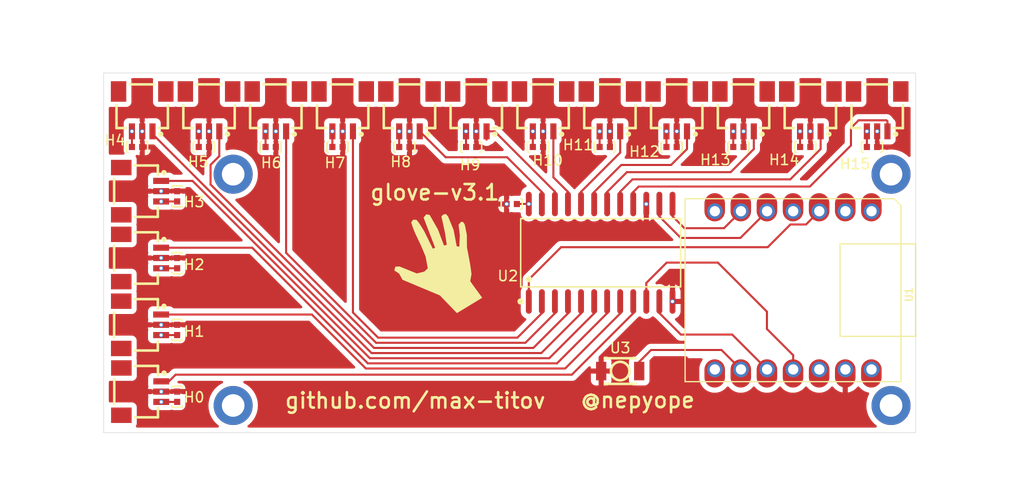
<source format=kicad_pcb>
(kicad_pcb (version 20240108) (generator "pcbnew") (generator_version "8.0")
  (layers (0 "F.Cu" signal) (1 "In1.Cu" power "VCC") (2 "In2.Cu" power "GND") (31 "B.Cu" signal) (34 "B.Paste" user) (35 "F.Paste" user) (36 "B.SilkS" user "B.Silkscreen") (37 "F.SilkS" user "F.Silkscreen") (38 "B.Mask" user) (39 "F.Mask" user) (44 "Edge.Cuts" user))
  (net 0 "")
  (net 1 "/HALL_0")
  (net 2 "GND")
  (net 3 "+3V3")
  (net 10 "/S0")
  (net 11 "/S2")
  (net 12 "/S1")
  (net 13 "/MUX_OUT")
  (net 14 "/S3")
  (net 15 "/HALL_9")
  (net 16 "/HALL_10")
  (net 17 "/HALL_15")
  (net 18 "/HALL_12")
  (net 19 "/HALL_3")
  (net 20 "/HALL_14")
  (net 21 "/HALL_2")
  (net 22 "/HALL_6")
  (net 23 "/HALL_4")
  (net 24 "/HALL_5")
  (net 25 "/HALL_1")
  (net 26 "/HALL_8")
  (net 27 "/HALL_11")
  (net 28 "/HALL_7")
  (net 29 "/HALL_13")
  (net 30 "Net-(U1-PA7_A8_D8_SCK)")
  (footprint "0_easyeda2kicad:C0402" (layer "F.Cu") (at 150.2 31.9 180)
    (property "Reference" "C11" (hide yes))
    (property "Value" "C-0402-0.01uF" (hide yes))
    (pad "1" smd rect (at -0.5 0 180) (size 0.6 0.6) (layers "F.Cu" "F.Paste" "F.Mask") (net 2 "GND"))
    (pad "2" smd rect (at 0.5 0 180) (size 0.6 0.6) (layers "F.Cu" "F.Paste" "F.Mask") (net 3 "+3V3"))
  )
  (footprint "0_easyeda2kicad:C0402" (layer "F.Cu") (at 169.7 31.9 180)
    (property "Reference" "C14" (hide yes))
    (property "Value" "C-0402-0.01uF" (hide yes))
    (pad "1" smd rect (at -0.5 0 180) (size 0.6 0.6) (layers "F.Cu" "F.Paste" "F.Mask") (net 2 "GND"))
    (pad "2" smd rect (at 0.5 0 180) (size 0.6 0.6) (layers "F.Cu" "F.Paste" "F.Mask") (net 3 "+3V3"))
  )
  (footprint "0_easyeda2kicad:C0402" (layer "F.Cu") (at 176.2 31.9 180)
    (property "Reference" "C15" (hide yes))
    (property "Value" "C-0402-0.01uF" (hide yes))
    (pad "1" smd rect (at -0.5 0 180) (size 0.6 0.6) (layers "F.Cu" "F.Paste" "F.Mask") (net 2 "GND"))
    (pad "2" smd rect (at 0.5 0 180) (size 0.6 0.6) (layers "F.Cu" "F.Paste" "F.Mask") (net 3 "+3V3"))
  )
  (footprint "0_easyeda2kicad:CONN-SMD_SM03B-SRSS-TB-LF-SN-P" (layer "F.Cu") (at 163.7 28.44 180)
    (property "Reference" "H13" (at 2.75 -4.71 180) (layer "F.SilkS"))
    (property "Value" "JST-SM03B" (hide yes))
    (pad "1" smd rect (at -1 -1.94 180) (size 0.6 1.55) (layers "F.Cu" "F.Paste" "F.Mask") (net 29 "/HALL_13"))
    (pad "2" smd rect (at 0 -1.94 180) (size 0.6 1.55) (layers "F.Cu" "F.Paste" "F.Mask") (net 2 "GND"))
    (pad "3" smd rect (at 1 -1.94 180) (size 0.6 1.55) (layers "F.Cu" "F.Paste" "F.Mask") (net 3 "+3V3"))
    (pad "4" smd rect (at 2.3 1.94 180) (size 1.5 2) (layers "F.Cu" "F.Paste" "F.Mask"))
    (pad "5" smd rect (at -2.3 1.94 180) (size 1.5 2) (layers "F.Cu" "F.Paste" "F.Mask"))
  )
  (footprint "0_MountingHole:MountingHole_2.2mm_M2_DIN965_Pad" (layer "F.Cu") (at 114.05 34.55)
    (property "Reference" "REF**" (hide yes))
    (property "Value" "MountingHole_2.2mm_M2_DIN965_Pad" (hide yes))
    (pad "1" thru_hole circle (at 0 0) (size 3.8 3.8) (drill 2.2) (layers "*.Cu" "*.Mask"))
  )
  (footprint "0_easyeda2kicad:CONN-SMD_SM03B-SRSS-TB-LF-SN-P" (layer "F.Cu") (at 137.7 28.44 180)
    (property "Reference" "H9" (at 0.6 -5.21 180) (layer "F.SilkS"))
    (property "Value" "JST-SM03B" (hide yes))
    (pad "1" smd rect (at -1 -1.94 180) (size 0.6 1.55) (layers "F.Cu" "F.Paste" "F.Mask") (net 15 "/HALL_9"))
    (pad "2" smd rect (at 0 -1.94 180) (size 0.6 1.55) (layers "F.Cu" "F.Paste" "F.Mask") (net 2 "GND"))
    (pad "3" smd rect (at 1 -1.94 180) (size 0.6 1.55) (layers "F.Cu" "F.Paste" "F.Mask") (net 3 "+3V3"))
    (pad "4" smd rect (at 2.3 1.94 180) (size 1.5 2) (layers "F.Cu" "F.Paste" "F.Mask"))
    (pad "5" smd rect (at -2.3 1.94 180) (size 1.5 2) (layers "F.Cu" "F.Paste" "F.Mask"))
  )
  (footprint "0_easyeda2kicad:CONN-SMD_SM03B-SRSS-TB-LF-SN-P" (layer "F.Cu") (at 170.2 28.44 180)
    (property "Reference" "H14" (at 2.55 -4.71 180) (layer "F.SilkS"))
    (property "Value" "JST-SM03B" (hide yes))
    (pad "1" smd rect (at -1 -1.94 180) (size 0.6 1.55) (layers "F.Cu" "F.Paste" "F.Mask") (net 20 "/HALL_14"))
    (pad "2" smd rect (at 0 -1.94 180) (size 0.6 1.55) (layers "F.Cu" "F.Paste" "F.Mask") (net 2 "GND"))
    (pad "3" smd rect (at 1 -1.94 180) (size 0.6 1.55) (layers "F.Cu" "F.Paste" "F.Mask") (net 3 "+3V3"))
    (pad "4" smd rect (at 2.3 1.94 180) (size 1.5 2) (layers "F.Cu" "F.Paste" "F.Mask"))
    (pad "5" smd rect (at -2.3 1.94 180) (size 1.5 2) (layers "F.Cu" "F.Paste" "F.Mask"))
  )
  (footprint "0_easyeda2kicad:CONN-SMD_SM03B-SRSS-TB-LF-SN-P" (layer "F.Cu") (at 105.1 42.7 -90)
    (property "Reference" "H2" (at 0.65 -5.15 180) (layer "F.SilkS"))
    (property "Value" "JST-SM03B" (hide yes))
    (pad "1" smd rect (at -1 -1.94 270) (size 0.6 1.55) (layers "F.Cu" "F.Paste" "F.Mask") (net 21 "/HALL_2"))
    (pad "2" smd rect (at 0 -1.94 270) (size 0.6 1.55) (layers "F.Cu" "F.Paste" "F.Mask") (net 2 "GND"))
    (pad "3" smd rect (at 1 -1.94 270) (size 0.6 1.55) (layers "F.Cu" "F.Paste" "F.Mask") (net 3 "+3V3"))
    (pad "4" smd rect (at 2.3 1.94 270) (size 1.5 2) (layers "F.Cu" "F.Paste" "F.Mask"))
    (pad "5" smd rect (at -2.3 1.94 270) (size 1.5 2) (layers "F.Cu" "F.Paste" "F.Mask"))
  )
  (footprint "0_easyeda2kicad:C0402" (layer "F.Cu") (at 108.6 36.7 -90)
    (property "Reference" "C3" (hide yes))
    (property "Value" "C-0402-0.01uF" (hide yes))
    (pad "1" smd rect (at -0.5 0 270) (size 0.6 0.6) (layers "F.Cu" "F.Paste" "F.Mask") (net 2 "GND"))
    (pad "2" smd rect (at 0.5 0 270) (size 0.6 0.6) (layers "F.Cu" "F.Paste" "F.Mask") (net 3 "+3V3"))
  )
  (footprint "0_easyeda2kicad:C0402" (layer "F.Cu") (at 111.2 31.9 180)
    (property "Reference" "C5" (hide yes))
    (property "Value" "C-0402-0.01uF" (hide yes))
    (pad "1" smd rect (at -0.5 0 180) (size 0.6 0.6) (layers "F.Cu" "F.Paste" "F.Mask") (net 2 "GND"))
    (pad "2" smd rect (at 0.5 0 180) (size 0.6 0.6) (layers "F.Cu" "F.Paste" "F.Mask") (net 3 "+3V3"))
  )
  (footprint "0_easyeda2kicad:CONN-SMD_SM03B-SRSS-TB-LF-SN-P" (layer "F.Cu") (at 105.1 36.2 -90)
    (property "Reference" "H3" (at 1.05 -5.15 180) (layer "F.SilkS"))
    (property "Value" "JST-SM03B" (hide yes))
    (pad "1" smd rect (at -1 -1.94 270) (size 0.6 1.55) (layers "F.Cu" "F.Paste" "F.Mask") (net 19 "/HALL_3"))
    (pad "2" smd rect (at 0 -1.94 270) (size 0.6 1.55) (layers "F.Cu" "F.Paste" "F.Mask") (net 2 "GND"))
    (pad "3" smd rect (at 1 -1.94 270) (size 0.6 1.55) (layers "F.Cu" "F.Paste" "F.Mask") (net 3 "+3V3"))
    (pad "4" smd rect (at 2.3 1.94 270) (size 1.5 2) (layers "F.Cu" "F.Paste" "F.Mask"))
    (pad "5" smd rect (at -2.3 1.94 270) (size 1.5 2) (layers "F.Cu" "F.Paste" "F.Mask"))
  )
  (footprint "0_easyeda2kicad:C0402" (layer "F.Cu") (at 108.6 56.2 -90)
    (property "Reference" "C0" (hide yes))
    (property "Value" "C-0402-0.01uF" (hide yes))
    (pad "1" smd rect (at -0.5 0 270) (size 0.6 0.6) (layers "F.Cu" "F.Paste" "F.Mask") (net 2 "GND"))
    (pad "2" smd rect (at 0.5 0 270) (size 0.6 0.6) (layers "F.Cu" "F.Paste" "F.Mask") (net 3 "+3V3"))
  )
  (footprint "0_easyeda2kicad:KEY-SMD_L3.0-W2.5-LS4.0_TD-1183SN" (layer "F.Cu") (at 151.7 53.7 180)
    (property "Reference" "U3" (at 0 2.25 180) (layer "F.SilkS"))
    (property "Value" "2.5x3mm-BUTTON" (hide yes))
    (pad "1" smd rect (at -1.85 0 270) (size 1.8 1) (layers "F.Cu" "F.Paste" "F.Mask") (net 30 "Net-(U1-PA7_A8_D8_SCK)"))
    (pad "2" smd rect (at 1.85 0 270) (size 1.8 1) (layers "F.Cu" "F.Paste" "F.Mask") (net 2 "GND"))
  )
  (footprint "0_MountingHole:MountingHole_2.2mm_M2_DIN965_Pad" (layer "F.Cu") (at 178.05 57.05)
    (property "Reference" "REF**" (hide yes))
    (property "Value" "MountingHole_2.2mm_M2_DIN965_Pad" (hide yes))
    (pad "1" thru_hole circle (at 0 0) (size 3.8 3.8) (drill 2.2) (layers "*.Cu" "*.Mask"))
  )
  (footprint "0_easyeda2kicad:C0402" (layer "F.Cu") (at 137.2 31.9 180)
    (property "Reference" "C9" (hide yes))
    (property "Value" "C-0402-0.01uF" (hide yes))
    (pad "1" smd rect (at -0.5 0 180) (size 0.6 0.6) (layers "F.Cu" "F.Paste" "F.Mask") (net 2 "GND"))
    (pad "2" smd rect (at 0.5 0 180) (size 0.6 0.6) (layers "F.Cu" "F.Paste" "F.Mask") (net 3 "+3V3"))
  )
  (footprint "0_easyeda2kicad:C0402" (layer "F.Cu") (at 104.7 31.9 180)
    (property "Reference" "C4" (hide yes))
    (property "Value" "C-0402-0.01uF" (hide yes))
    (pad "1" smd rect (at -0.5 0 180) (size 0.6 0.6) (layers "F.Cu" "F.Paste" "F.Mask") (net 2 "GND"))
    (pad "2" smd rect (at 0.5 0 180) (size 0.6 0.6) (layers "F.Cu" "F.Paste" "F.Mask") (net 3 "+3V3"))
  )
  (footprint "0_easyeda2kicad:CONN-SMD_SM03B-SRSS-TB-LF-SN-P" (layer "F.Cu") (at 144.2 28.44 180)
    (property "Reference" "H10" (at -0.45 -4.76 180) (layer "F.SilkS"))
    (property "Value" "JST-SM03B" (hide yes))
    (pad "1" smd rect (at -1 -1.94 180) (size 0.6 1.55) (layers "F.Cu" "F.Paste" "F.Mask") (net 16 "/HALL_10"))
    (pad "2" smd rect (at 0 -1.94 180) (size 0.6 1.55) (layers "F.Cu" "F.Paste" "F.Mask") (net 2 "GND"))
    (pad "3" smd rect (at 1 -1.94 180) (size 0.6 1.55) (layers "F.Cu" "F.Paste" "F.Mask") (net 3 "+3V3"))
    (pad "4" smd rect (at 2.3 1.94 180) (size 1.5 2) (layers "F.Cu" "F.Paste" "F.Mask"))
    (pad "5" smd rect (at -2.3 1.94 180) (size 1.5 2) (layers "F.Cu" "F.Paste" "F.Mask"))
  )
  (footprint "0_easyeda2kicad:CONN-SMD_SM03B-SRSS-TB-LF-SN-P" (layer "F.Cu") (at 157.2 28.44 180)
    (property "Reference" "H12" (at 3.15 -3.91 180) (layer "F.SilkS"))
    (property "Value" "JST-SM03B" (hide yes))
    (pad "1" smd rect (at -1 -1.94 180) (size 0.6 1.55) (layers "F.Cu" "F.Paste" "F.Mask") (net 18 "/HALL_12"))
    (pad "2" smd rect (at 0 -1.94 180) (size 0.6 1.55) (layers "F.Cu" "F.Paste" "F.Mask") (net 2 "GND"))
    (pad "3" smd rect (at 1 -1.94 180) (size 0.6 1.55) (layers "F.Cu" "F.Paste" "F.Mask") (net 3 "+3V3"))
    (pad "4" smd rect (at 2.3 1.94 180) (size 1.5 2) (layers "F.Cu" "F.Paste" "F.Mask"))
    (pad "5" smd rect (at -2.3 1.94 180) (size 1.5 2) (layers "F.Cu" "F.Paste" "F.Mask"))
  )
  (footprint "0_MountingHole:MountingHole_2.2mm_M2_DIN965_Pad" (layer "F.Cu") (at 114.05 57.05)
    (property "Reference" "REF**" (hide yes))
    (property "Value" "MountingHole_2.2mm_M2_DIN965_Pad" (hide yes))
    (pad "1" thru_hole circle (at 0 0) (size 3.8 3.8) (drill 2.2) (layers "*.Cu" "*.Mask"))
  )
  (footprint "0_easyeda2kicad:C0402" (layer "F.Cu") (at 156.7 31.9 180)
    (property "Reference" "C12" (hide yes))
    (property "Value" "C-0402-0.01uF" (hide yes))
    (pad "1" smd rect (at -0.5 0 180) (size 0.6 0.6) (layers "F.Cu" "F.Paste" "F.Mask") (net 2 "GND"))
    (pad "2" smd rect (at 0.5 0 180) (size 0.6 0.6) (layers "F.Cu" "F.Paste" "F.Mask") (net 3 "+3V3"))
  )
  (footprint "0_easyeda2kicad:CONN-SMD_SM03B-SRSS-TB-LF-SN-P" (layer "F.Cu") (at 105.1 49.2 -90)
    (property "Reference" "H1" (at 0.65 -5.15 180) (layer "F.SilkS"))
    (property "Value" "JST-SM03B" (hide yes))
    (pad "1" smd rect (at -1 -1.94 270) (size 0.6 1.55) (layers "F.Cu" "F.Paste" "F.Mask") (net 25 "/HALL_1"))
    (pad "2" smd rect (at 0 -1.94 270) (size 0.6 1.55) (layers "F.Cu" "F.Paste" "F.Mask") (net 2 "GND"))
    (pad "3" smd rect (at 1 -1.94 270) (size 0.6 1.55) (layers "F.Cu" "F.Paste" "F.Mask") (net 3 "+3V3"))
    (pad "4" smd rect (at 2.3 1.94 270) (size 1.5 2) (layers "F.Cu" "F.Paste" "F.Mask"))
    (pad "5" smd rect (at -2.3 1.94 270) (size 1.5 2) (layers "F.Cu" "F.Paste" "F.Mask"))
  )
  (footprint "0_easyeda2kicad:C0402" (layer "F.Cu") (at 130.7 31.9 180)
    (property "Reference" "C8" (hide yes))
    (property "Value" "C-0402-0.01uF" (hide yes))
    (pad "1" smd rect (at -0.5 0 180) (size 0.6 0.6) (layers "F.Cu" "F.Paste" "F.Mask") (net 2 "GND"))
    (pad "2" smd rect (at 0.5 0 180) (size 0.6 0.6) (layers "F.Cu" "F.Paste" "F.Mask") (net 3 "+3V3"))
  )
  (footprint "0_easyeda2kicad:C0402" (layer "F.Cu") (at 108.6 49.7 -90)
    (property "Reference" "C1" (hide yes))
    (property "Value" "C-0402-0.01uF" (hide yes))
    (pad "1" smd rect (at -0.5 0 270) (size 0.6 0.6) (layers "F.Cu" "F.Paste" "F.Mask") (net 2 "GND"))
    (pad "2" smd rect (at 0.5 0 270) (size 0.6 0.6) (layers "F.Cu" "F.Paste" "F.Mask") (net 3 "+3V3"))
  )
  (footprint "0_xiao_ESP32C3_PCB:MOUDLE14P-SMD-2.54-21X17.8MM" (layer "F.Cu") (at 158.0144 36.9308 -90)
    (property "Reference" "U1" (at 9.3345 -21.7805 -90) (layer "F.SilkS") (effects (font (size 0.7 0.7))))
    (property "Value" "XIAO-ESP32C3")
    (pad "1" smd roundrect (at 0.835 -18.12 270) (size 2.75 2) (layers "F.Cu" "F.Paste" "F.Mask") (roundrect_rratio 0.5))
    (pad "1" thru_hole circle (at 1.2192 -18.1356 270) (size 1.524 1.524) (drill 1) (layers "*.Cu" "*.Mask"))
    (pad "2" smd roundrect (at 0.835 -15.58 270) (size 2.75 2) (layers "F.Cu" "F.Paste" "F.Mask") (roundrect_rratio 0.5))
    (pad "2" thru_hole circle (at 1.2192 -15.5956 270) (size 1.524 1.524) (drill 1) (layers "*.Cu" "*.Mask"))
    (pad "3" smd roundrect (at 0.835 -13.04 270) (size 2.75 2) (layers "F.Cu" "F.Paste" "F.Mask") (roundrect_rratio 0.5) (net 13 "/MUX_OUT"))
    (pad "3" thru_hole circle (at 1.2192 -13.0556 270) (size 1.524 1.524) (drill 1) (layers "*.Cu" "*.Mask") (net 13 "/MUX_OUT"))
    (pad "4" smd roundrect (at 0.835 -10.5 270) (size 2.75 2) (layers "F.Cu" "F.Paste" "F.Mask") (roundrect_rratio 0.5))
    (pad "4" thru_hole circle (at 1.2192 -10.5156 270) (size 1.524 1.524) (drill 1) (layers "*.Cu" "*.Mask"))
    (pad "5" smd roundrect (at 0.835 -7.96 270) (size 2.75 2) (layers "F.Cu" "F.Paste" "F.Mask") (roundrect_rratio 0.5) (net 11 "/S2"))
    (pad "5" thru_hole circle (at 1.2192 -7.9756 270) (size 1.524 1.524) (drill 1) (layers "*.Cu" "*.Mask") (net 11 "/S2"))
    (pad "6" smd roundrect (at 0.835 -5.42 270) (size 2.75 2) (layers "F.Cu" "F.Paste" "F.Mask") (roundrect_rratio 0.5) (net 14 "/S3"))
    (pad "6" thru_hole circle (at 1.2192 -5.4356 270) (size 1.524 1.524) (drill 1) (layers "*.Cu" "*.Mask") (net 14 "/S3"))
    (pad "7" smd roundrect (at 0.835 -2.88 270) (size 2.75 2) (layers "F.Cu" "F.Paste" "F.Mask") (roundrect_rratio 0.5))
    (pad "7" thru_hole circle (at 1.2192 -2.8956 270) (size 1.524 1.524) (drill 1) (layers "*.Cu" "*.Mask"))
    (pad "8" thru_hole circle (at 16.6116 -2.8956 270) (size 1.524 1.524) (drill 1) (layers "*.Cu" "*.Mask"))
    (pad "8" smd roundrect (at 17 -2.88 270) (size 2.75 2) (layers "F.Cu" "F.Paste" "F.Mask") (roundrect_rratio 0.5))
    (pad "9" thru_hole circle (at 16.6116 -5.4356 270) (size 1.524 1.524) (drill 1) (layers "*.Cu" "*.Mask") (net 30 "Net-(U1-PA7_A8_D8_SCK)"))
    (pad "9" smd roundrect (at 17 -5.42 270) (size 2.75 2) (layers "F.Cu" "F.Paste" "F.Mask") (roundrect_rratio 0.5) (net 30 "Net-(U1-PA7_A8_D8_SCK)"))
    (pad "10" thru_hole circle (at 16.6116 -7.9756 270) (size 1.524 1.524) (drill 1) (layers "*.Cu" "*.Mask") (net 12 "/S1"))
    (pad "10" smd roundrect (at 17 -7.96 270) (size 2.75 2) (layers "F.Cu" "F.Paste" "F.Mask") (roundrect_rratio 0.5) (net 12 "/S1"))
    (pad "11" thru_hole circle (at 16.6116 -10.5156 270) (size 1.524 1.524) (drill 1) (layers "*.Cu" "*.Mask") (net 10 "/S0"))
    (pad "11" smd roundrect (at 17 -10.5 270) (size 2.75 2) (layers "F.Cu" "F.Paste" "F.Mask") (roundrect_rratio 0.5) (net 10 "/S0"))
    (pad "12" thru_hole circle (at 16.6116 -13.0556 270) (size 1.524 1.524) (drill 1) (layers "*.Cu" "*.Mask") (net 3 "+3V3"))
    (pad "12" smd roundrect (at 17 -13.04 270) (size 2.75 2) (layers "F.Cu" "F.Paste" "F.Mask") (roundrect_rratio 0.5) (net 3 "+3V3"))
    (pad "13" thru_hole circle (at 16.6116 -15.5956 270) (size 1.524 1.524) (drill 1) (layers "*.Cu" "*.Mask") (net 2 "GND"))
    (pad "13" smd roundrect (at 17 -15.58 270) (size 2.75 2) (layers "F.Cu" "F.Paste" "F.Mask") (roundrect_rratio 0.5) (net 2 "GND"))
    (pad "14" thru_hole circle (at 16.6116 -18.1356 270) (size 1.524 1.524) (drill 1) (layers "*.Cu" "*.Mask"))
    (pad "14" smd roundrect (at 17 -18.12 270) (size 2.75 2) (layers "F.Cu" "F.Paste" "F.Mask") (roundrect_rratio 0.5))
    (zone (net 0) (net_name "") (layer "F.Cu") (connect_pads (clearance 0)) (min_thickness 0.01)
      (keepout (tracks not_allowed) (vias not_allowed) (pads not_allowed) (copperpour not_allowed) (footprints allowed))
      (fill (thermal_gap 0.508) (thermal_bridge_width 0.508))
      (polygon (pts (xy 161.1894 43.2808) (xy 161.1894 48.9958) (xy 158.6494 48.9958) (xy 158.6494 43.2808)))
    )
    (zone (net 0) (net_name "") (layer "F.Cu") (connect_pads (clearance 0)) (min_thickness 0.01)
      (keepout (tracks not_allowed) (vias not_allowed) (pads not_allowed) (copperpour not_allowed) (footprints allowed))
      (fill (thermal_gap 0.508) (thermal_bridge_width 0.508))
      (polygon (pts (xy 169.3174 46.7098) (xy 169.3174 49.7578) (xy 166.2694 49.7578) (xy 166.2694 46.7098)))
    )
    (zone (net 0) (net_name "") (layer "F.Cu") (connect_pads (clearance 0)) (min_thickness 0.01)
      (keepout (tracks not_allowed) (vias not_allowed) (pads not_allowed) (copperpour not_allowed) (footprints allowed))
      (fill (thermal_gap 0.508) (thermal_bridge_width 0.508))
      (polygon (pts (xy 170.7779 39.9153) (xy 170.7779 42.8363) (xy 168.7459 42.8363) (xy 168.7459 39.9153)))
    )
    (zone (net 0) (net_name "") (layer "F.Cu") (connect_pads (clearance 0)) (min_thickness 0.01)
      (keepout (tracks not_allowed) (vias not_allowed) (pads not_allowed) (copperpour not_allowed) (footprints allowed))
      (fill (thermal_gap 0.508) (thermal_bridge_width 0.508))
      (polygon (pts (xy 175.0324 40.6138) (xy 175.0324 42.3918) (xy 172.3654 42.3918) (xy 172.3654 40.6138)))
    )
    (zone (net 0) (net_name "") (layer "F.Cu") (connect_pads (clearance 0)) (min_thickness 0.01)
      (keepout (tracks not_allowed) (vias not_allowed) (pads not_allowed) (copperpour not_allowed) (footprints allowed))
      (fill (thermal_gap 0.508) (thermal_bridge_width 0.508))
      (polygon (pts (xy 175.0324 49.2498) (xy 175.0324 51.0278) (xy 172.3654 51.0278) (xy 172.3654 49.2498)))
    )
    (zone (net 0) (net_name "") (layer "F.Cu") (connect_pads (clearance 0)) (min_thickness 0.01)
      (keepout (tracks not_allowed) (vias not_allowed) (pads not_allowed) (copperpour not_allowed) (footprints allowed))
      (fill (thermal_gap 0.508) (thermal_bridge_width 0.508))
      (polygon (pts (xy 178.3344 43.2808) (xy 178.3344 48.4878) (xy 171.3494 48.4878) (xy 171.3494 43.2808)))
    )
    (zone (net 0) (net_name "") (layer "F.Cu") (connect_pads (clearance 0)) (min_thickness 0.01)
      (keepout (tracks not_allowed) (vias not_allowed) (pads not_allowed) (copperpour not_allowed) (footprints allowed))
      (fill (thermal_gap 0.508) (thermal_bridge_width 0.508))
      (polygon (pts (xy 179.0964 40.6138) (xy 179.0964 42.3918) (xy 176.4294 42.3918) (xy 176.4294 40.6138)))
    )
    (zone (net 0) (net_name "") (layer "F.Cu") (connect_pads (clearance 0)) (min_thickness 0.01)
      (keepout (tracks not_allowed) (vias not_allowed) (pads not_allowed) (copperpour not_allowed) (footprints allowed))
      (fill (thermal_gap 0.508) (thermal_bridge_width 0.508))
      (polygon (pts (xy 179.0964 49.2498) (xy 179.0964 51.0278) (xy 176.4294 51.0278) (xy 176.4294 49.2498)))
    )
  )
  (footprint "0_logos:glove-v1-10mm" (layer "F.Cu") (at 133.615395 43.017741)
    (property "Reference" "G***" (hide yes))
    (property "Value" "LOGO" (hide yes))
  )
  (footprint "0_easyeda2kicad:C0402" (layer "F.Cu") (at 108.6 43.2 -90)
    (property "Reference" "C2" (hide yes))
    (property "Value" "C-0402-0.01uF" (hide yes))
    (pad "1" smd rect (at -0.5 0 270) (size 0.6 0.6) (layers "F.Cu" "F.Paste" "F.Mask") (net 2 "GND"))
    (pad "2" smd rect (at 0.5 0 270) (size 0.6 0.6) (layers "F.Cu" "F.Paste" "F.Mask") (net 3 "+3V3"))
  )
  (footprint "0_easyeda2kicad:C0402" (layer "F.Cu") (at 163.2 31.9 180)
    (property "Reference" "C13" (hide yes))
    (property "Value" "C-0402-0.01uF" (hide yes))
    (pad "1" smd rect (at -0.5 0 180) (size 0.6 0.6) (layers "F.Cu" "F.Paste" "F.Mask") (net 2 "GND"))
    (pad "2" smd rect (at 0.5 0 180) (size 0.6 0.6) (layers "F.Cu" "F.Paste" "F.Mask") (net 3 "+3V3"))
  )
  (footprint "0_easyeda2kicad:C0402" (layer "F.Cu") (at 117.7 31.9 180)
    (property "Reference" "C6" (hide yes))
    (property "Value" "C-0402-0.01uF" (hide yes))
    (pad "1" smd rect (at -0.5 0 180) (size 0.6 0.6) (layers "F.Cu" "F.Paste" "F.Mask") (net 2 "GND"))
    (pad "2" smd rect (at 0.5 0 180) (size 0.6 0.6) (layers "F.Cu" "F.Paste" "F.Mask") (net 3 "+3V3"))
  )
  (footprint "0_easyeda2kicad:CONN-SMD_SM03B-SRSS-TB-LF-SN-P" (layer "F.Cu") (at 150.7 28.44 180)
    (property "Reference" "H11" (at 3.1 -3.26 180) (layer "F.SilkS"))
    (property "Value" "JST-SM03B" (hide yes))
    (pad "1" smd rect (at -1 -1.94 180) (size 0.6 1.55) (layers "F.Cu" "F.Paste" "F.Mask") (net 27 "/HALL_11"))
    (pad "2" smd rect (at 0 -1.94 180) (size 0.6 1.55) (layers "F.Cu" "F.Paste" "F.Mask") (net 2 "GND"))
    (pad "3" smd rect (at 1 -1.94 180) (size 0.6 1.55) (layers "F.Cu" "F.Paste" "F.Mask") (net 3 "+3V3"))
    (pad "4" smd rect (at 2.3 1.94 180) (size 1.5 2) (layers "F.Cu" "F.Paste" "F.Mask"))
    (pad "5" smd rect (at -2.3 1.94 180) (size 1.5 2) (layers "F.Cu" "F.Paste" "F.Mask"))
  )
  (footprint "0_easyeda2kicad:SOIC-24_L15.4-W7.5-P1.27-LS10.3-BL" (layer "F.Cu") (at 149.8 42.19)
    (property "Reference" "U2" (at -9.03 2.26 0) (layer "F.SilkS"))
    (property "Value" "CD74HC4067M96" (hide yes))
    (pad "1" smd oval (at -6.99 4.74) (size 0.57 2.39) (layers "F.Cu" "F.Paste" "F.Mask") (net 13 "/MUX_OUT"))
    (pad "2" smd oval (at -5.72 4.74) (size 0.57 2.39) (layers "F.Cu" "F.Paste" "F.Mask") (net 28 "/HALL_7"))
    (pad "3" smd oval (at -4.45 4.74) (size 0.57 2.39) (layers "F.Cu" "F.Paste" "F.Mask") (net 22 "/HALL_6"))
    (pad "4" smd oval (at -3.18 4.74) (size 0.57 2.39) (layers "F.Cu" "F.Paste" "F.Mask") (net 24 "/HALL_5"))
    (pad "5" smd oval (at -1.91 4.74) (size 0.57 2.39) (layers "F.Cu" "F.Paste" "F.Mask") (net 23 "/HALL_4"))
    (pad "6" smd oval (at -0.63 4.74) (size 0.57 2.39) (layers "F.Cu" "F.Paste" "F.Mask") (net 19 "/HALL_3"))
    (pad "7" smd oval (at 0.63 4.74) (size 0.57 2.39) (layers "F.Cu" "F.Paste" "F.Mask") (net 21 "/HALL_2"))
    (pad "8" smd oval (at 1.9 4.74) (size 0.57 2.39) (layers "F.Cu" "F.Paste" "F.Mask") (net 25 "/HALL_1"))
    (pad "9" smd oval (at 3.17 4.74) (size 0.57 2.39) (layers "F.Cu" "F.Paste" "F.Mask") (net 1 "/HALL_0"))
    (pad "10" smd oval (at 4.44 4.74) (size 0.57 2.39) (layers "F.Cu" "F.Paste" "F.Mask") (net 10 "/S0"))
    (pad "11" smd oval (at 5.71 4.74) (size 0.57 2.39) (layers "F.Cu" "F.Paste" "F.Mask") (net 12 "/S1"))
    (pad "12" smd oval (at 6.99 4.74) (size 0.57 2.39) (layers "F.Cu" "F.Paste" "F.Mask") (net 2 "GND"))
    (pad "13" smd oval (at 6.99 -4.74) (size 0.57 2.39) (layers "F.Cu" "F.Paste" "F.Mask") (net 14 "/S3"))
    (pad "14" smd oval (at 5.71 -4.74) (size 0.57 2.39) (layers "F.Cu" "F.Paste" "F.Mask") (net 11 "/S2"))
    (pad "15" smd oval (at 4.44 -4.74) (size 0.57 2.39) (layers "F.Cu" "F.Paste" "F.Mask") (net 2 "GND"))
    (pad "16" smd oval (at 3.17 -4.74) (size 0.57 2.39) (layers "F.Cu" "F.Paste" "F.Mask") (net 17 "/HALL_15"))
    (pad "17" smd oval (at 1.9 -4.74) (size 0.57 2.39) (layers "F.Cu" "F.Paste" "F.Mask") (net 20 "/HALL_14"))
    (pad "18" smd oval (at 0.63 -4.74) (size 0.57 2.39) (layers "F.Cu" "F.Paste" "F.Mask") (net 29 "/HALL_13"))
    (pad "19" smd oval (at -0.63 -4.74) (size 0.57 2.39) (layers "F.Cu" "F.Paste" "F.Mask") (net 18 "/HALL_12"))
    (pad "20" smd oval (at -1.91 -4.74) (size 0.57 2.39) (layers "F.Cu" "F.Paste" "F.Mask") (net 27 "/HALL_11"))
    (pad "21" smd oval (at -3.18 -4.74) (size 0.57 2.39) (layers "F.Cu" "F.Paste" "F.Mask") (net 16 "/HALL_10"))
    (pad "22" smd oval (at -4.45 -4.74) (size 0.57 2.39) (layers "F.Cu" "F.Paste" "F.Mask") (net 15 "/HALL_9"))
    (pad "23" smd oval (at -5.72 -4.74) (size 0.57 2.39) (layers "F.Cu" "F.Paste" "F.Mask") (net 26 "/HALL_8"))
    (pad "24" smd oval (at -6.99 -4.74) (size 0.57 2.39) (layers "F.Cu" "F.Paste" "F.Mask") (net 3 "+3V3"))
  )
  (footprint "0_easyeda2kicad:CONN-SMD_SM03B-SRSS-TB-LF-SN-P" (layer "F.Cu") (at 118.2 28.44 180)
    (property "Reference" "H6" (at 0.45 -5.01 180) (layer "F.SilkS"))
    (property "Value" "JST-SM03B" (hide yes))
    (pad "1" smd rect (at -1 -1.94 180) (size 0.6 1.55) (layers "F.Cu" "F.Paste" "F.Mask") (net 22 "/HALL_6"))
    (pad "2" smd rect (at 0 -1.94 180) (size 0.6 1.55) (layers "F.Cu" "F.Paste" "F.Mask") (net 2 "GND"))
    (pad "3" smd rect (at 1 -1.94 180) (size 0.6 1.55) (layers "F.Cu" "F.Paste" "F.Mask") (net 3 "+3V3"))
    (pad "4" smd rect (at 2.3 1.94 180) (size 1.5 2) (layers "F.Cu" "F.Paste" "F.Mask"))
    (pad "5" smd rect (at -2.3 1.94 180) (size 1.5 2) (layers "F.Cu" "F.Paste" "F.Mask"))
  )
  (footprint "0_logos:hand-10mm" (layer "F.Cu") (at 133.665395 43.017741)
    (property "Reference" "G***" (hide yes))
    (property "Value" "LOGO" (hide yes))
  )
  (footprint "0_easyeda2kicad:CONN-SMD_SM03B-SRSS-TB-LF-SN-P" (layer "F.Cu") (at 124.7 28.44 180)
    (property "Reference" "H7" (at 0.75 -5.01 180) (layer "F.SilkS"))
    (property "Value" "JST-SM03B" (hide yes))
    (pad "1" smd rect (at -1 -1.94 180) (size 0.6 1.55) (layers "F.Cu" "F.Paste" "F.Mask") (net 28 "/HALL_7"))
    (pad "2" smd rect (at 0 -1.94 180) (size 0.6 1.55) (layers "F.Cu" "F.Paste" "F.Mask") (net 2 "GND"))
    (pad "3" smd rect (at 1 -1.94 180) (size 0.6 1.55) (layers "F.Cu" "F.Paste" "F.Mask") (net 3 "+3V3"))
    (pad "4" smd rect (at 2.3 1.94 180) (size 1.5 2) (layers "F.Cu" "F.Paste" "F.Mask"))
    (pad "5" smd rect (at -2.3 1.94 180) (size 1.5 2) (layers "F.Cu" "F.Paste" "F.Mask"))
  )
  (footprint "0_easyeda2kicad:CONN-SMD_SM03B-SRSS-TB-LF-SN-P" (layer "F.Cu") (at 111.7 28.44 180)
    (property "Reference" "H5" (at 1.05 -4.91 180) (layer "F.SilkS"))
    (property "Value" "JST-SM03B" (hide yes))
    (pad "1" smd rect (at -1 -1.94 180) (size 0.6 1.55) (layers "F.Cu" "F.Paste" "F.Mask") (net 24 "/HALL_5"))
    (pad "2" smd rect (at 0 -1.94 180) (size 0.6 1.55) (layers "F.Cu" "F.Paste" "F.Mask") (net 2 "GND"))
    (pad "3" smd rect (at 1 -1.94 180) (size 0.6 1.55) (layers "F.Cu" "F.Paste" "F.Mask") (net 3 "+3V3"))
    (pad "4" smd rect (at 2.3 1.94 180) (size 1.5 2) (layers "F.Cu" "F.Paste" "F.Mask"))
    (pad "5" smd rect (at -2.3 1.94 180) (size 1.5 2) (layers "F.Cu" "F.Paste" "F.Mask"))
  )
  (footprint "0_easyeda2kicad:CONN-SMD_SM03B-SRSS-TB-LF-SN-P" (layer "F.Cu") (at 105.2 28.44 180)
    (property "Reference" "H4" (at 2.65 -2.81 180) (layer "F.SilkS"))
    (property "Value" "JST-SM03B" (hide yes))
    (pad "1" smd rect (at -1 -1.94 180) (size 0.6 1.55) (layers "F.Cu" "F.Paste" "F.Mask") (net 23 "/HALL_4"))
    (pad "2" smd rect (at 0 -1.94 180) (size 0.6 1.55) (layers "F.Cu" "F.Paste" "F.Mask") (net 2 "GND"))
    (pad "3" smd rect (at 1 -1.94 180) (size 0.6 1.55) (layers "F.Cu" "F.Paste" "F.Mask") (net 3 "+3V3"))
    (pad "4" smd rect (at 2.3 1.94 180) (size 1.5 2) (layers "F.Cu" "F.Paste" "F.Mask"))
    (pad "5" smd rect (at -2.3 1.94 180) (size 1.5 2) (layers "F.Cu" "F.Paste" "F.Mask"))
  )
  (footprint "0_easyeda2kicad:CONN-SMD_SM03B-SRSS-TB-LF-SN-P" (layer "F.Cu") (at 105.1125 55.7 -90)
    (property "Reference" "H0" (at 0.55 -5.1375 180) (layer "F.SilkS"))
    (property "Value" "JST-SM03B" (hide yes))
    (pad "1" smd rect (at -1 -1.94 270) (size 0.6 1.55) (layers "F.Cu" "F.Paste" "F.Mask") (net 1 "/HALL_0"))
    (pad "2" smd rect (at 0 -1.94 270) (size 0.6 1.55) (layers "F.Cu" "F.Paste" "F.Mask") (net 2 "GND"))
    (pad "3" smd rect (at 1 -1.94 270) (size 0.6 1.55) (layers "F.Cu" "F.Paste" "F.Mask") (net 3 "+3V3"))
    (pad "4" smd rect (at 2.3 1.94 270) (size 1.5 2) (layers "F.Cu" "F.Paste" "F.Mask"))
    (pad "5" smd rect (at -2.3 1.94 270) (size 1.5 2) (layers "F.Cu" "F.Paste" "F.Mask"))
  )
  (footprint "0_easyeda2kicad:CONN-SMD_SM03B-SRSS-TB-LF-SN-P" (layer "F.Cu") (at 131.2 28.44 180)
    (property "Reference" "H8" (at 0.85 -4.91 180) (layer "F.SilkS"))
    (property "Value" "JST-SM03B" (hide yes))
    (pad "1" smd rect (at -1 -1.94 180) (size 0.6 1.55) (layers "F.Cu" "F.Paste" "F.Mask") (net 26 "/HALL_8"))
    (pad "2" smd rect (at 0 -1.94 180) (size 0.6 1.55) (layers "F.Cu" "F.Paste" "F.Mask") (net 2 "GND"))
    (pad "3" smd rect (at 1 -1.94 180) (size 0.6 1.55) (layers "F.Cu" "F.Paste" "F.Mask") (net 3 "+3V3"))
    (pad "4" smd rect (at 2.3 1.94 180) (size 1.5 2) (layers "F.Cu" "F.Paste" "F.Mask"))
    (pad "5" smd rect (at -2.3 1.94 180) (size 1.5 2) (layers "F.Cu" "F.Paste" "F.Mask"))
  )
  (footprint "0_easyeda2kicad:C0402" (layer "F.Cu") (at 143.7 31.9 180)
    (property "Reference" "C10" (hide yes))
    (property "Value" "C-0402-0.01uF" (hide yes))
    (pad "1" smd rect (at -0.5 0 180) (size 0.6 0.6) (layers "F.Cu" "F.Paste" "F.Mask") (net 2 "GND"))
    (pad "2" smd rect (at 0.5 0 180) (size 0.6 0.6) (layers "F.Cu" "F.Paste" "F.Mask") (net 3 "+3V3"))
  )
  (footprint "0_easyeda2kicad:CONN-SMD_SM03B-SRSS-TB-LF-SN-P" (layer "F.Cu") (at 176.7 28.44 180)
    (property "Reference" "H15" (at 2.15 -5.11 180) (layer "F.SilkS"))
    (property "Value" "JST-SM03B" (hide yes))
    (pad "1" smd rect (at -1 -1.94 180) (size 0.6 1.55) (layers "F.Cu" "F.Paste" "F.Mask") (net 17 "/HALL_15"))
    (pad "2" smd rect (at 0 -1.94 180) (size 0.6 1.55) (layers "F.Cu" "F.Paste" "F.Mask") (net 2 "GND"))
    (pad "3" smd rect (at 1 -1.94 180) (size 0.6 1.55) (layers "F.Cu" "F.Paste" "F.Mask") (net 3 "+3V3"))
    (pad "4" smd rect (at 2.3 1.94 180) (size 1.5 2) (layers "F.Cu" "F.Paste" "F.Mask"))
    (pad "5" smd rect (at -2.3 1.94 180) (size 1.5 2) (layers "F.Cu" "F.Paste" "F.Mask"))
  )
  (footprint "0_easyeda2kicad:C0402" (layer "F.Cu") (at 141.15 37.45 180)
    (property "Reference" "C16" (hide yes))
    (property "Value" "C-0402-0.1uF-16V" (hide yes))
    (pad "1" smd rect (at -0.5 0 180) (size 0.6 0.6) (layers "F.Cu" "F.Paste" "F.Mask") (net 3 "+3V3"))
    (pad "2" smd rect (at 0.5 0 180) (size 0.6 0.6) (layers "F.Cu" "F.Paste" "F.Mask") (net 2 "GND"))
  )
  (footprint "0_easyeda2kicad:C0402" (layer "F.Cu") (at 124.2 31.9 180)
    (property "Reference" "C7" (hide yes))
    (property "Value" "C-0402-0.01uF" (hide yes))
    (pad "1" smd rect (at -0.5 0 180) (size 0.6 0.6) (layers "F.Cu" "F.Paste" "F.Mask") (net 2 "GND"))
    (pad "2" smd rect (at 0.5 0 180) (size 0.6 0.6) (layers "F.Cu" "F.Paste" "F.Mask") (net 3 "+3V3"))
  )
  (footprint "0_MountingHole:MountingHole_2.2mm_M2_DIN965_Pad" (layer "F.Cu") (at 178.05 34.55)
    (property "Reference" "REF**" (hide yes))
    (property "Value" "MountingHole_2.2mm_M2_DIN965_Pad" (hide yes))
    (pad "1" thru_hole circle (at 0 0) (size 3.8 3.8) (drill 2.2) (layers "*.Cu" "*.Mask"))
  )
  (gr_rect (start 101.45 24.7) (end 180.45 59.7) (stroke (width 0.05)) (fill none) (layer "Edge.Cuts"))
  (gr_text "@nepyope" (at 147.7 57.4 0) (layer "F.SilkS") (effects (font (size 1.5 1.5) (thickness 0.25) (bold yes)) (justify left bottom)))
  (gr_text "github.com/max-titov" (at 118.95 57.45 0) (layer "F.SilkS") (effects (font (size 1.5 1.5) (thickness 0.25) (bold yes)) (justify left bottom)))
  (gr_text "glove-v3.1" (at 127.25 37.2 0) (layer "F.SilkS") (effects (font (size 1.5 1.5) (thickness 0.25) (bold yes)) (justify left bottom)))
  (segment (start 147 54.05) (end 152.97 48.08) (width 0.2) (layer "F.Cu") (net 1))
  (segment (start 108.45 54.05) (end 147 54.05) (width 0.2) (layer "F.Cu") (net 1))
  (segment (start 107.8 54.7) (end 108.45 54.05) (width 0.2) (layer "F.Cu") (net 1))
  (segment (start 152.97 48.08) (end 152.97 46.93) (width 0.2) (layer "F.Cu") (net 1))
  (segment (start 107.0525 54.7) (end 107.8 54.7) (width 0.2) (layer "F.Cu") (net 1))
  (segment (start 107.04 36.2) (end 108.6 36.2) (width 0.2) (layer "F.Cu") (net 2))
  (segment (start 107.04 42.7) (end 108.6 42.7) (width 0.2) (layer "F.Cu") (net 2))
  (segment (start 107.04 49.2) (end 108.6 49.2) (width 0.2) (layer "F.Cu") (net 2))
  (segment (start 131.2 30.38) (end 131.2 31.9) (width 0.2) (layer "F.Cu") (net 2))
  (segment (start 150.7 30.38) (end 150.7 31.9) (width 0.2) (layer "F.Cu") (net 2))
  (segment (start 124.7 30.38) (end 124.7 31.9) (width 0.2) (layer "F.Cu") (net 2))
  (segment (start 144.2 30.38) (end 144.2 31.9) (width 0.2) (layer "F.Cu") (net 2))
  (segment (start 107.0525 55.7) (end 108.6 55.7) (width 0.2) (layer "F.Cu") (net 2))
  (segment (start 170.2 30.38) (end 170.2 31.9) (width 0.2) (layer "F.Cu") (net 2))
  (segment (start 176.7 30.38) (end 176.7 31.9) (width 0.2) (layer "F.Cu") (net 2))
  (segment (start 163.7 30.38) (end 163.7 31.9) (width 0.2) (layer "F.Cu") (net 2))
  (segment (start 157.2 30.38) (end 157.2 31.9) (width 0.2) (layer "F.Cu") (net 2))
  (segment (start 118.2 30.38) (end 118.2 31.9) (width 0.2) (layer "F.Cu") (net 2))
  (segment (start 137.7 30.38) (end 137.7 31.9) (width 0.2) (layer "F.Cu") (net 2))
  (segment (start 105.2 30.38) (end 105.2 31.9) (width 0.2) (layer "F.Cu") (net 2))
  (segment (start 111.7 30.38) (end 111.7 31.9) (width 0.2) (layer "F.Cu") (net 2))
  (via (at 107.04 49.2) (size 0.45) (drill 0.3) (layers "F.Cu" "B.Cu") (net 2))
  (via (at 105.2 30.38) (size 0.45) (drill 0.3) (layers "F.Cu" "B.Cu") (net 2))
  (via (at 170.2 30.38) (size 0.45) (drill 0.3) (layers "F.Cu" "B.Cu") (net 2))
  (via (at 131.2 30.38) (size 0.45) (drill 0.3) (layers "F.Cu" "B.Cu") (net 2))
  (via (at 118.2 30.38) (size 0.45) (drill 0.3) (layers "F.Cu" "B.Cu") (net 2))
  (via (at 107.0525 55.7) (size 0.45) (drill 0.3) (layers "F.Cu" "B.Cu") (net 2))
  (via (at 107.04 36.2) (size 0.45) (drill 0.3) (layers "F.Cu" "B.Cu") (net 2))
  (via (at 157.2 30.38) (size 0.45) (drill 0.3) (layers "F.Cu" "B.Cu") (net 2))
  (via (at 144.2 30.38) (size 0.45) (drill 0.3) (layers "F.Cu" "B.Cu") (net 2))
  (via (at 107.04 42.7) (size 0.45) (drill 0.3) (layers "F.Cu" "B.Cu") (net 2))
  (via (at 176.7 30.38) (size 0.45) (drill 0.3) (layers "F.Cu" "B.Cu") (net 2))
  (via (at 124.7 30.38) (size 0.45) (drill 0.3) (layers "F.Cu" "B.Cu") (net 2))
  (via (at 154.24 37.45) (size 0.45) (drill 0.3) (layers "F.Cu" "B.Cu") (net 2))
  (via (at 150.7 30.38) (size 0.45) (drill 0.3) (layers "F.Cu" "B.Cu") (net 2))
  (via (at 163.7 30.38) (size 0.45) (drill 0.3) (layers "F.Cu" "B.Cu") (net 2))
  (via (at 140.65 37.45) (size 0.45) (drill 0.3) (layers "F.Cu" "B.Cu") (net 2))
  (via (at 111.7 30.38) (size 0.45) (drill 0.3) (layers "F.Cu" "B.Cu") (net 2))
  (via (at 137.7 30.38) (size 0.45) (drill 0.3) (layers "F.Cu" "B.Cu") (net 2))
  (via (at 156.79 46.93) (size 0.45) (drill 0.3) (layers "F.Cu" "B.Cu") (net 2))
  (segment (start 123.7 31.9) (end 123.7 30.38) (width 0.2) (layer "F.Cu") (net 3))
  (segment (start 107.0525 56.7) (end 108.6 56.7) (width 0.2) (layer "F.Cu") (net 3))
  (segment (start 104.2 31.9) (end 104.2 30.38) (width 0.2) (layer "F.Cu") (net 3))
  (segment (start 142.8 37.44) (end 142.81 37.45) (width 0.2) (layer "F.Cu") (net 3))
  (segment (start 108.6 37.2) (end 107.04 37.2) (width 0.2) (layer "F.Cu") (net 3))
  (segment (start 108.6 43.7) (end 107.04 43.7) (width 0.2) (layer "F.Cu") (net 3))
  (segment (start 149.7 31.9) (end 149.7 30.38) (width 0.2) (layer "F.Cu") (net 3))
  (segment (start 130.2 31.9) (end 130.2 30.38) (width 0.2) (layer "F.Cu") (net 3))
  (segment (start 175.7 30.38) (end 175.7 31.9) (width 0.2) (layer "F.Cu") (net 3))
  (segment (start 136.7 31.9) (end 136.7 30.38) (width 0.2) (layer "F.Cu") (net 3))
  (segment (start 108.6 50.2) (end 107.04 50.2) (width 0.2) (layer "F.Cu") (net 3))
  (segment (start 117.2 31.9) (end 117.2 30.38) (width 0.2) (layer "F.Cu") (net 3))
  (segment (start 169.2 30.38) (end 169.2 31.9) (width 0.2) (layer "F.Cu") (net 3))
  (segment (start 110.7 31.9) (end 110.7 30.38) (width 0.2) (layer "F.Cu") (net 3))
  (segment (start 162.7 31.9) (end 162.7 30.38) (width 0.2) (layer "F.Cu") (net 3))
  (segment (start 141.65 37.44) (end 142.8 37.44) (width 0.2) (layer "F.Cu") (net 3))
  (segment (start 156.2 31.9) (end 156.2 30.38) (width 0.2) (layer "F.Cu") (net 3))
  (segment (start 143.2 31.9) (end 143.2 30.38) (width 0.2) (layer "F.Cu") (net 3))
  (via (at 130.2 30.38) (size 0.45) (drill 0.3) (layers "F.Cu" "B.Cu") (net 3))
  (via (at 169.2 30.38) (size 0.45) (drill 0.3) (layers "F.Cu" "B.Cu") (net 3))
  (via (at 123.7 30.38) (size 0.45) (drill 0.3) (layers "F.Cu" "B.Cu") (net 3))
  (via (at 162.7 30.38) (size 0.45) (drill 0.3) (layers "F.Cu" "B.Cu") (net 3))
  (via (at 110.7 30.38) (size 0.45) (drill 0.3) (layers "F.Cu" "B.Cu") (net 3))
  (via (at 149.7 30.38) (size 0.45) (drill 0.3) (layers "F.Cu" "B.Cu") (net 3))
  (via (at 136.7 30.38) (size 0.45) (drill 0.3) (layers "F.Cu" "B.Cu") (net 3))
  (via (at 107.04 43.7) (size 0.45) (drill 0.3) (layers "F.Cu" "B.Cu") (net 3))
  (via (at 142.81 37.45) (size 0.45) (drill 0.3) (layers "F.Cu" "B.Cu") (net 3))
  (via (at 156.2 30.38) (size 0.45) (drill 0.3) (layers "F.Cu" "B.Cu") (net 3))
  (via (at 104.2 30.38) (size 0.45) (drill 0.3) (layers "F.Cu" "B.Cu") (net 3))
  (via (at 175.7 30.38) (size 0.45) (drill 0.3) (layers "F.Cu" "B.Cu") (net 3))
  (via (at 107.04 37.2) (size 0.45) (drill 0.3) (layers "F.Cu" "B.Cu") (net 3))
  (via (at 143.2 30.38) (size 0.45) (drill 0.3) (layers "F.Cu" "B.Cu") (net 3))
  (via (at 107.04 50.2) (size 0.45) (drill 0.3) (layers "F.Cu" "B.Cu") (net 3))
  (via (at 117.2 30.38) (size 0.45) (drill 0.3) (layers "F.Cu" "B.Cu") (net 3))
  (via (at 107.0525 56.7) (size 0.45) (drill 0.3) (layers "F.Cu" "B.Cu") (net 3))
  (segment (start 161.200022 43.15) (end 165.9744 47.924378) (width 0.2) (layer "F.Cu") (net 10))
  (segment (start 165.9744 47.924378) (end 165.9744 49.604222) (width 0.2) (layer "F.Cu") (net 10))
  (segment (start 154.24 45.13) (end 156.22 43.15) (width 0.2) (layer "F.Cu") (net 10))
  (segment (start 165.9744 49.604222) (end 168.53 52.159822) (width 0.2) (layer "F.Cu") (net 10))
  (segment (start 154.24 46.93) (end 154.24 45.13) (width 0.2) (layer "F.Cu") (net 10))
  (segment (start 156.22 43.15) (end 161.200022 43.15) (width 0.2) (layer "F.Cu") (net 10))
  (segment (start 168.53 52.159822) (end 168.53 53.5424) (width 0.2) (layer "F.Cu") (net 10))
  (segment (start 155.51 37.45) (end 155.51 38.66) (width 0.2) (layer "F.Cu") (net 11))
  (segment (start 155.51 38.66) (end 157.6 40.75) (width 0.2) (layer "F.Cu") (net 11))
  (segment (start 163.39 40.75) (end 165.99 38.15) (width 0.2) (layer "F.Cu") (net 11))
  (segment (start 157.6 40.75) (end 163.39 40.75) (width 0.2) (layer "F.Cu") (net 11))
  (segment (start 155.51 48.06) (end 155.51 46.93) (width 0.2) (layer "F.Cu") (net 12))
  (segment (start 162.5976 50.15) (end 157.6 50.15) (width 0.2) (layer "F.Cu") (net 12))
  (segment (start 165.99 53.5424) (end 162.5976 50.15) (width 0.2) (layer "F.Cu") (net 12))
  (segment (start 157.6 50.15) (end 155.51 48.06) (width 0.2) (layer "F.Cu") (net 12))
  (segment (start 166.05 41.65) (end 145.95 41.65) (width 0.2) (layer "F.Cu") (net 13))
  (segment (start 142.81 46.93) (end 142.81 44.79) (width 0.2) (layer "F.Cu") (net 13))
  (segment (start 168.2592 39.4408) (end 166.05 41.65) (width 0.2) (layer "F.Cu") (net 13))
  (segment (start 169.7792 39.4408) (end 168.2592 39.4408) (width 0.2) (layer "F.Cu") (net 13))
  (segment (start 142.81 44.79) (end 145.95 41.65) (width 0.2) (layer "F.Cu") (net 13))
  (segment (start 171.07 38.15) (end 169.7792 39.4408) (width 0.2) (layer "F.Cu") (net 13))
  (segment (start 161.8 39.8) (end 157.95 39.8) (width 0.2) (layer "F.Cu") (net 14))
  (segment (start 163.45 38.15) (end 161.8 39.8) (width 0.2) (layer "F.Cu") (net 14))
  (segment (start 157.95 39.8) (end 156.79 38.64) (width 0.2) (layer "F.Cu") (net 14))
  (segment (start 156.79 38.64) (end 156.79 37.45) (width 0.2) (layer "F.Cu") (net 14))
  (segment (start 145.35 36.25) (end 145.35 37.45) (width 0.2) (layer "F.Cu") (net 15))
  (segment (start 139.48 30.38) (end 145.35 36.25) (width 0.2) (layer "F.Cu") (net 15))
  (segment (start 138.7 30.38) (end 139.48 30.38) (width 0.2) (layer "F.Cu") (net 15))
  (segment (start 138.7 30.38) (end 138.7 31.2) (width 0.2) (layer "F.Cu") (net 15))
  (segment (start 145.2 30.38) (end 145.2 34.85) (width 0.2) (layer "F.Cu") (net 16))
  (segment (start 145.2 34.85) (end 146.62 36.27) (width 0.2) (layer "F.Cu") (net 16))
  (segment (start 146.62 36.27) (end 146.62 37.45) (width 0.2) (layer "F.Cu") (net 16))
  (segment (start 152.97 36.28) (end 152.97 37.45) (width 0.2) (layer "F.Cu") (net 17))
  (segment (start 170.15 35.75) (end 153.5 35.75) (width 0.2) (layer "F.Cu") (net 17))
  (segment (start 177.6 29.305) (end 174.895 29.305) (width 0.2) (layer "F.Cu") (net 17))
  (segment (start 153.5 35.75) (end 152.97 36.28) (width 0.2) (layer "F.Cu") (net 17))
  (segment (start 177.7 30.38) (end 177.7 29.405) (width 0.2) (layer "F.Cu") (net 17))
  (segment (start 174.15 30.05) (end 174.15 31.75) (width 0.2) (layer "F.Cu") (net 17))
  (segment (start 174.15 31.75) (end 170.15 35.75) (width 0.2) (layer "F.Cu") (net 17))
  (segment (start 177.7 29.405) (end 177.6 29.305) (width 0.2) (layer "F.Cu") (net 17))
  (segment (start 174.895 29.305) (end 174.15 30.05) (width 0.2) (layer "F.Cu") (net 17))
  (segment (start 158.2 30.38) (end 158.2 32.1) (width 0.2) (layer "F.Cu") (net 18))
  (segment (start 156.65 33.65) (end 151.8 33.65) (width 0.2) (layer "F.Cu") (net 18))
  (segment (start 151.8 33.65) (end 149.17 36.28) (width 0.2) (layer "F.Cu") (net 18))
  (segment (start 158.2 32.1) (end 156.65 33.65) (width 0.2) (layer "F.Cu") (net 18))
  (segment (start 149.17 36.28) (end 149.17 37.45) (width 0.2) (layer "F.Cu") (net 18))
  (segment (start 110.1 35.2) (end 127.35 52.45) (width 0.2) (layer "F.Cu") (net 19))
  (segment (start 149.17 48.08) (end 149.17 46.93) (width 0.2) (layer "F.Cu") (net 19))
  (segment (start 144.8 52.45) (end 149.17 48.08) (width 0.2) (layer "F.Cu") (net 19))
  (segment (start 107.04 35.2) (end 110.1 35.2) (width 0.2) (layer "F.Cu") (net 19))
  (segment (start 127.35 52.45) (end 144.8 52.45) (width 0.2) (layer "F.Cu") (net 19))
  (segment (start 152.9 35.05) (end 151.7 36.25) (width 0.2) (layer "F.Cu") (net 20))
  (segment (start 171.2 32.1) (end 168.25 35.05) (width 0.2) (layer "F.Cu") (net 20))
  (segment (start 151.7 36.25) (end 151.7 37.45) (width 0.2) (layer "F.Cu") (net 20))
  (segment (start 171.2 30.38) (end 171.2 32.1) (width 0.2) (layer "F.Cu") (net 20))
  (segment (start 168.25 35.05) (end 152.9 35.05) (width 0.2) (layer "F.Cu") (net 20))
  (segment (start 107.04 41.7) (end 115.9 41.7) (width 0.2) (layer "F.Cu") (net 21))
  (segment (start 115.9 41.7) (end 127.15 52.95) (width 0.2) (layer "F.Cu") (net 21))
  (segment (start 127.15 52.95) (end 145.55 52.95) (width 0.2) (layer "F.Cu") (net 21))
  (segment (start 150.43 48.07) (end 150.43 46.93) (width 0.2) (layer "F.Cu") (net 21))
  (segment (start 145.55 52.95) (end 150.43 48.07) (width 0.2) (layer "F.Cu") (net 21))
  (segment (start 145.35 48.075) (end 145.35 46.93) (width 0.2) (layer "F.Cu") (net 22))
  (segment (start 142.475 50.95) (end 145.35 48.075) (width 0.2) (layer "F.Cu") (net 22))
  (segment (start 119.2 30.38) (end 119.2 42.2) (width 0.2) (layer "F.Cu") (net 22))
  (segment (start 127.95 50.95) (end 142.475 50.95) (width 0.2) (layer "F.Cu") (net 22))
  (segment (start 119.2 42.2) (end 127.95 50.95) (width 0.2) (layer "F.Cu") (net 22))
  (segment (start 144.025 51.95) (end 147.89 48.085) (width 0.2) (layer "F.Cu") (net 23))
  (segment (start 106.2 30.38) (end 106.2 30.64) (width 0.2) (layer "F.Cu") (net 23))
  (segment (start 127.51 51.95) (end 144.025 51.95) (width 0.2) (layer "F.Cu") (net 23))
  (segment (start 106.2 30.64) (end 127.51 51.95) (width 0.2) (layer "F.Cu") (net 23))
  (segment (start 147.89 48.085) (end 147.89 46.93) (width 0.2) (layer "F.Cu") (net 23))
  (segment (start 127.75 51.45) (end 143.25 51.45) (width 0.2) (layer "F.Cu") (net 24))
  (segment (start 111.85 35.55) (end 127.75 51.45) (width 0.2) (layer "F.Cu") (net 24))
  (segment (start 112.7 30.38) (end 112.7 32.78873) (width 0.2) (layer "F.Cu") (net 24))
  (segment (start 112.7 32.78873) (end 111.85 33.63873) (width 0.2) (layer "F.Cu") (net 24))
  (segment (start 143.25 51.45) (end 146.62 48.08) (width 0.2) (layer "F.Cu") (net 24))
  (segment (start 111.85 33.63873) (end 111.85 35.55) (width 0.2) (layer "F.Cu") (net 24))
  (segment (start 146.62 48.08) (end 146.62 46.93) (width 0.2) (layer "F.Cu") (net 24))
  (segment (start 121.7 48.2) (end 126.95 53.45) (width 0.2) (layer "F.Cu") (net 25))
  (segment (start 107.04 48.2) (end 121.7 48.2) (width 0.2) (layer "F.Cu") (net 25))
  (segment (start 146.35 53.45) (end 151.7 48.1) (width 0.2) (layer "F.Cu") (net 25))
  (segment (start 126.95 53.45) (end 146.35 53.45) (width 0.2) (layer "F.Cu") (net 25))
  (segment (start 151.7 48.1) (end 151.7 46.93) (width 0.2) (layer "F.Cu") (net 25))
  (segment (start 134.72 32.9) (end 140.7 32.9) (width 0.2) (layer "F.Cu") (net 26))
  (segment (start 132.2 30.38) (end 134.72 32.9) (width 0.2) (layer "F.Cu") (net 26))
  (segment (start 144.08 36.28) (end 144.08 37.45) (width 0.2) (layer "F.Cu") (net 26))
  (segment (start 140.7 32.9) (end 144.08 36.28) (width 0.2) (layer "F.Cu") (net 26))
  (segment (start 151.7 32.45) (end 147.89 36.26) (width 0.2) (layer "F.Cu") (net 27))
  (segment (start 147.89 36.26) (end 147.89 37.45) (width 0.2) (layer "F.Cu") (net 27))
  (segment (start 151.7 30.38) (end 151.7 32.45) (width 0.2) (layer "F.Cu") (net 27))
  (segment (start 125.7 48) (end 128.15 50.45) (width 0.2) (layer "F.Cu") (net 28))
  (segment (start 144.08 48.07) (end 144.08 46.93) (width 0.2) (layer "F.Cu") (net 28))
  (segment (start 125.7 30.38) (end 125.7 48) (width 0.2) (layer "F.Cu") (net 28))
  (segment (start 128.15 50.45) (end 141.7 50.45) (width 0.2) (layer "F.Cu") (net 28))
  (segment (start 141.7 50.45) (end 144.08 48.07) (width 0.2) (layer "F.Cu") (net 28))
  (segment (start 164.7 32.1) (end 162.45 34.35) (width 0.2) (layer "F.Cu") (net 29))
  (segment (start 152.35 34.35) (end 150.43 36.27) (width 0.2) (layer "F.Cu") (net 29))
  (segment (start 162.45 34.35) (end 152.35 34.35) (width 0.2) (layer "F.Cu") (net 29))
  (segment (start 164.7 30.38) (end 164.7 32.1) (width 0.2) (layer "F.Cu") (net 29))
  (segment (start 150.43 36.27) (end 150.43 37.45) (width 0.2) (layer "F.Cu") (net 29))
  (segment (start 153.55 52.8) (end 154.7 51.65) (width 0.2) (layer "F.Cu") (net 30))
  (segment (start 154.7 51.65) (end 161.5576 51.65) (width 0.2) (layer "F.Cu") (net 30))
  (segment (start 161.5576 51.65) (end 163.45 53.5424) (width 0.2) (layer "F.Cu") (net 30))
  (segment (start 153.55 53.7) (end 153.55 52.8) (width 0.2) (layer "F.Cu") (net 30))
  (zone (net 2) (net_name "GND") (layer "F.Cu") (priority 2) (connect_pads (clearance 0.5)) (min_thickness 0.25) (fill yes (thermal_gap 0.5) (thermal_bridge_width 0.5))
    (polygon (pts (xy 101.45 24.65) (xy 180.45 24.65) (xy 180.45 39.25) (xy 180.35 39.35) (xy 158.05 39.35) (xy 158.05 52.15) (xy 158.35 52.45) (xy 171.75 52.45) (xy 172.15 52.85) (xy 172.15 54.85) (xy 172.35 55.05) (xy 174.75 55.05) (xy 175.05 54.75) (xy 175.05 52.45) (xy 180.45 52.45) (xy 180.45 59.7) (xy 101.45 59.7)))
  )
)
</source>
